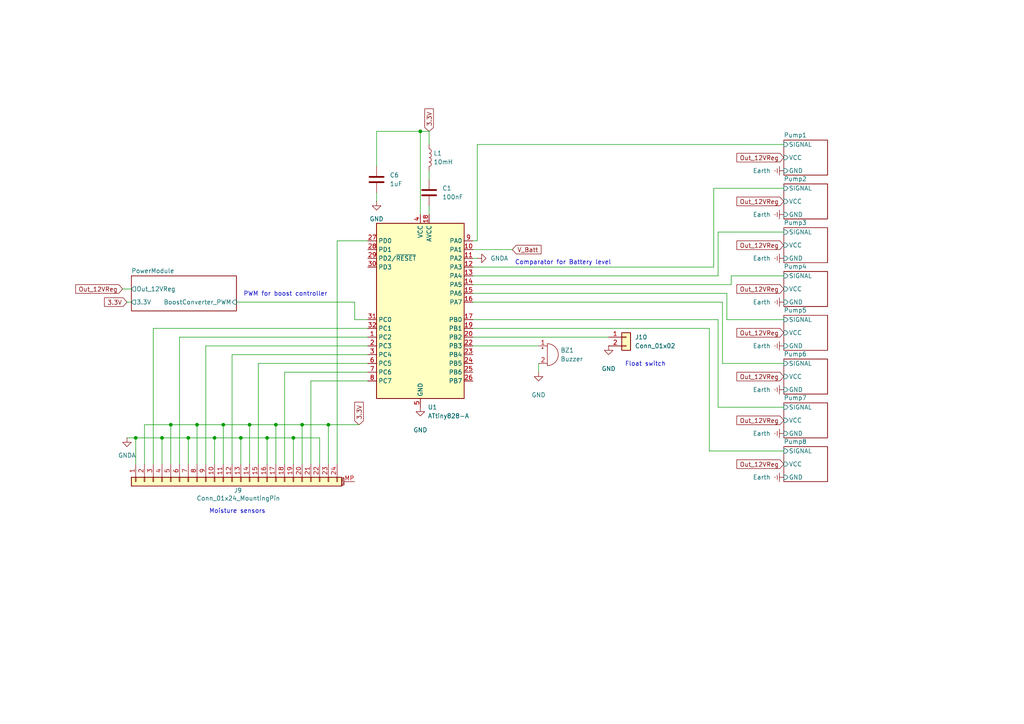
<source format=kicad_sch>
(kicad_sch (version 20250114) (generator "eeschema") (generator_version "9.0")
  (paper "A4")
  (lib_symbols
    (symbol "Connector_Generic:Conn_01x02" (pin_names (offset 1.016) (hide yes))
      (property "Reference" "J" (at 0 2.54 0))
      (property "Value" "Conn_01x02" (at 0 -5.08 0))
      (symbol "Conn_01x02_1_1"
        (rectangle (start -1.27 1.27) (end 1.27 -3.81) (stroke (width 0.254)) (fill (type background)))
        (rectangle (start -1.27 0.127) (end 0 -0.127) (stroke (width 0.1524)))
        (rectangle (start -1.27 -2.413) (end 0 -2.667) (stroke (width 0.1524)))
        (pin passive line (at -5.08 0 0) (length 3.81) (name "Pin_1") (number "1"))
        (pin passive line (at -5.08 -2.54 0) (length 3.81) (name "Pin_2") (number "2"))
      )
    )
    (symbol "Connector_Generic_MountingPin:Conn_01x24_MountingPin" (pin_names (offset 1.016) (hide yes))
      (property "Reference" "J" (at 0 30.48 0))
      (property "Value" "Conn_01x24_MountingPin" (at 1.27 -33.02 0))
      (symbol "Conn_01x24_MountingPin_1_1"
        (rectangle (start -1.27 29.21) (end 1.27 -31.75) (stroke (width 0.254)) (fill (type background)))
        (rectangle (start -1.27 28.067) (end 0 27.813) (stroke (width 0.1524)))
        (rectangle (start -1.27 25.527) (end 0 25.273) (stroke (width 0.1524)))
        (rectangle (start -1.27 22.987) (end 0 22.733) (stroke (width 0.1524)))
        (rectangle (start -1.27 20.447) (end 0 20.193) (stroke (width 0.1524)))
        (rectangle (start -1.27 17.907) (end 0 17.653) (stroke (width 0.1524)))
        (rectangle (start -1.27 15.367) (end 0 15.113) (stroke (width 0.1524)))
        (rectangle (start -1.27 12.827) (end 0 12.573) (stroke (width 0.1524)))
        (rectangle (start -1.27 10.287) (end 0 10.033) (stroke (width 0.1524)))
        (rectangle (start -1.27 7.747) (end 0 7.493) (stroke (width 0.1524)))
        (rectangle (start -1.27 5.207) (end 0 4.953) (stroke (width 0.1524)))
        (rectangle (start -1.27 2.667) (end 0 2.413) (stroke (width 0.1524)))
        (rectangle (start -1.27 0.127) (end 0 -0.127) (stroke (width 0.1524)))
        (rectangle (start -1.27 -2.413) (end 0 -2.667) (stroke (width 0.1524)))
        (rectangle (start -1.27 -4.953) (end 0 -5.207) (stroke (width 0.1524)))
        (rectangle (start -1.27 -7.493) (end 0 -7.747) (stroke (width 0.1524)))
        (rectangle (start -1.27 -10.033) (end 0 -10.287) (stroke (width 0.1524)))
        (rectangle (start -1.27 -12.573) (end 0 -12.827) (stroke (width 0.1524)))
        (rectangle (start -1.27 -15.113) (end 0 -15.367) (stroke (width 0.1524)))
        (rectangle (start -1.27 -17.653) (end 0 -17.907) (stroke (width 0.1524)))
        (rectangle (start -1.27 -20.193) (end 0 -20.447) (stroke (width 0.1524)))
        (rectangle (start -1.27 -22.733) (end 0 -22.987) (stroke (width 0.1524)))
        (rectangle (start -1.27 -25.273) (end 0 -25.527) (stroke (width 0.1524)))
        (rectangle (start -1.27 -27.813) (end 0 -28.067) (stroke (width 0.1524)))
        (rectangle (start -1.27 -30.353) (end 0 -30.607) (stroke (width 0.1524)))
        (polyline (pts (xy -1.016 -32.512) (xy 1.016 -32.512)) (stroke (width 0.1524)))
        (text "Mounting" (at 0 -32.131 0) (effects (font (size 0.381 0.381))))
        (pin passive line (at -5.08 27.94 0) (length 3.81) (name "Pin_1") (number "1"))
        (pin passive line (at -5.08 25.4 0) (length 3.81) (name "Pin_2") (number "2"))
        (pin passive line (at -5.08 22.86 0) (length 3.81) (name "Pin_3") (number "3"))
        (pin passive line (at -5.08 20.32 0) (length 3.81) (name "Pin_4") (number "4"))
        (pin passive line (at -5.08 17.78 0) (length 3.81) (name "Pin_5") (number "5"))
        (pin passive line (at -5.08 15.24 0) (length 3.81) (name "Pin_6") (number "6"))
        (pin passive line (at -5.08 12.7 0) (length 3.81) (name "Pin_7") (number "7"))
        (pin passive line (at -5.08 10.16 0) (length 3.81) (name "Pin_8") (number "8"))
        (pin passive line (at -5.08 7.62 0) (length 3.81) (name "Pin_9") (number "9"))
        (pin passive line (at -5.08 5.08 0) (length 3.81) (name "Pin_10") (number "10"))
        (pin passive line (at -5.08 2.54 0) (length 3.81) (name "Pin_11") (number "11"))
        (pin passive line (at -5.08 0 0) (length 3.81) (name "Pin_12") (number "12"))
        (pin passive line (at -5.08 -2.54 0) (length 3.81) (name "Pin_13") (number "13"))
        (pin passive line (at -5.08 -5.08 0) (length 3.81) (name "Pin_14") (number "14"))
        (pin passive line (at -5.08 -7.62 0) (length 3.81) (name "Pin_15") (number "15"))
        (pin passive line (at -5.08 -10.16 0) (length 3.81) (name "Pin_16") (number "16"))
        (pin passive line (at -5.08 -12.7 0) (length 3.81) (name "Pin_17") (number "17"))
        (pin passive line (at -5.08 -15.24 0) (length 3.81) (name "Pin_18") (number "18"))
        (pin passive line (at -5.08 -17.78 0) (length 3.81) (name "Pin_19") (number "19"))
        (pin passive line (at -5.08 -20.32 0) (length 3.81) (name "Pin_20") (number "20"))
        (pin passive line (at -5.08 -22.86 0) (length 3.81) (name "Pin_21") (number "21"))
        (pin passive line (at -5.08 -25.4 0) (length 3.81) (name "Pin_22") (number "22"))
        (pin passive line (at -5.08 -27.94 0) (length 3.81) (name "Pin_23") (number "23"))
        (pin passive line (at -5.08 -30.48 0) (length 3.81) (name "Pin_24") (number "24"))
        (pin passive line (at 0 -35.56 90) (length 3.048) (name "MountPin") (number "MP"))
      )
    )
    (symbol "Device:Buzzer" (pin_names (offset 0.0254) (hide yes))
      (property "Reference" "BZ" (at 3.81 1.27 0))
      (property "Value" "Buzzer" (at 3.81 -1.27 0))
      (symbol "Buzzer_0_1"
        (polyline (pts (xy -1.651 1.905) (xy -1.143 1.905)))
        (polyline (pts (xy -1.397 2.159) (xy -1.397 1.651)))
        (arc (start 0 3.175) (mid 3.1612 0) (end 0 -3.175))
        (polyline (pts (xy 0 3.175) (xy 0 -3.175)))
      )
      (symbol "Buzzer_1_1"
        (pin passive line (at -2.54 2.54 0) (length 2.54) (name "+") (number "1"))
        (pin passive line (at -2.54 -2.54 0) (length 2.54) (name "-") (number "2"))
      )
    )
    (symbol "Device:C" (pin_numbers (hide yes)) (pin_names (offset 0.254))
      (property "Reference" "C" (at 0.635 2.54 0))
      (property "Value" "C" (at 0.635 -2.54 0))
      (symbol "C_0_1"
        (polyline (pts (xy -2.032 0.762) (xy 2.032 0.762)) (stroke (width 0.508)))
        (polyline (pts (xy -2.032 -0.762) (xy 2.032 -0.762)) (stroke (width 0.508)))
      )
      (symbol "C_1_1"
        (pin passive line (at 0 3.81 270) (length 2.794) (name "~") (number "1"))
        (pin passive line (at 0 -3.81 90) (length 2.794) (name "~") (number "2"))
      )
    )
    (symbol "Device:L" (pin_numbers (hide yes)) (pin_names (offset 1.016) (hide yes))
      (property "Reference" "L" (at -1.27 0 90))
      (property "Value" "L" (at 1.905 0 90))
      (symbol "L_0_1"
        (arc (start 0 2.54) (mid 0.6323 1.905) (end 0 1.27))
        (arc (start 0 1.27) (mid 0.6323 0.635) (end 0 0))
        (arc (start 0 0) (mid 0.6323 -0.635) (end 0 -1.27))
        (arc (start 0 -1.27) (mid 0.6323 -1.905) (end 0 -2.54))
      )
      (symbol "L_1_1"
        (pin passive line (at 0 3.81 270) (length 1.27) (name "1") (number "1"))
        (pin passive line (at 0 -3.81 90) (length 1.27) (name "2") (number "2"))
      )
    )
    (symbol "MCU_Microchip_ATtiny:ATtiny828-A"
      (property "Reference" "U" (at -12.7 26.67 0))
      (property "Value" "ATtiny828-A" (at 2.54 -26.67 0))
      (symbol "ATtiny828-A_0_1"
        (rectangle (start -12.7 -25.4) (end 12.7 25.4) (stroke (width 0.254)) (fill (type background)))
      )
      (symbol "ATtiny828-A_1_1"
        (pin bidirectional line (at -15.24 20.32 0) (length 2.54) (name "PD0") (number "27"))
        (pin bidirectional line (at -15.24 17.78 0) (length 2.54) (name "PD1") (number "28"))
        (pin bidirectional line (at -15.24 15.24 0) (length 2.54) (name "PD2/~{RESET}") (number "29"))
        (pin bidirectional line (at -15.24 12.7 0) (length 2.54) (name "PD3") (number "30"))
        (pin bidirectional line (at -15.24 -2.54 0) (length 2.54) (name "PC0") (number "31"))
        (pin bidirectional line (at -15.24 -5.08 0) (length 2.54) (name "PC1") (number "32"))
        (pin bidirectional line (at -15.24 -7.62 0) (length 2.54) (name "PC2") (number "1"))
        (pin bidirectional line (at -15.24 -10.16 0) (length 2.54) (name "PC3") (number "2"))
        (pin bidirectional line (at -15.24 -12.7 0) (length 2.54) (name "PC4") (number "3"))
        (pin bidirectional line (at -15.24 -15.24 0) (length 2.54) (name "PC5") (number "6"))
        (pin bidirectional line (at -15.24 -17.78 0) (length 2.54) (name "PC6") (number "7"))
        (pin bidirectional line (at -15.24 -20.32 0) (length 2.54) (name "PC7") (number "8"))
        (pin power_in line (at 0 27.94 270) (length 2.54) (name "VCC") (number "4"))
        (pin passive line (at 0 -27.94 90) (length 2.54) (hide yes) (name "GND") (number "21"))
        (pin power_in line (at 0 -27.94 90) (length 2.54) (name "GND") (number "5"))
        (pin power_in line (at 2.54 27.94 270) (length 2.54) (name "AVCC") (number "18"))
        (pin bidirectional line (at 15.24 20.32 180) (length 2.54) (name "PA0") (number "9"))
        (pin bidirectional line (at 15.24 17.78 180) (length 2.54) (name "PA1") (number "10"))
        (pin bidirectional line (at 15.24 15.24 180) (length 2.54) (name "PA2") (number "11"))
        (pin bidirectional line (at 15.24 12.7 180) (length 2.54) (name "PA3") (number "12"))
        (pin bidirectional line (at 15.24 10.16 180) (length 2.54) (name "PA4") (number "13"))
        (pin bidirectional line (at 15.24 7.62 180) (length 2.54) (name "PA5") (number "14"))
        (pin bidirectional line (at 15.24 5.08 180) (length 2.54) (name "PA6") (number "15"))
        (pin bidirectional line (at 15.24 2.54 180) (length 2.54) (name "PA7") (number "16"))
        (pin bidirectional line (at 15.24 -2.54 180) (length 2.54) (name "PB0") (number "17"))
        (pin bidirectional line (at 15.24 -5.08 180) (length 2.54) (name "PB1") (number "19"))
        (pin bidirectional line (at 15.24 -7.62 180) (length 2.54) (name "PB2") (number "20"))
        (pin bidirectional line (at 15.24 -10.16 180) (length 2.54) (name "PB3") (number "22"))
        (pin bidirectional line (at 15.24 -12.7 180) (length 2.54) (name "PB4") (number "23"))
        (pin bidirectional line (at 15.24 -15.24 180) (length 2.54) (name "PB5") (number "24"))
        (pin bidirectional line (at 15.24 -17.78 180) (length 2.54) (name "PB6") (number "25"))
        (pin bidirectional line (at 15.24 -20.32 180) (length 2.54) (name "PB7") (number "26"))
      )
    )
    (symbol "power:Earth" (power) (pin_numbers (hide yes)) (pin_names (offset 0) (hide yes))
      (property "Value" "Earth" (at 0 -3.81 0))
      (symbol "Earth_0_1"
        (polyline (pts (xy -0.635 -1.905) (xy 0.635 -1.905)))
        (polyline (pts (xy -0.127 -2.54) (xy 0.127 -2.54)))
        (polyline (pts (xy 0 -1.27) (xy 0 0)))
        (polyline (pts (xy 1.27 -1.27) (xy -1.27 -1.27)))
      )
      (symbol "Earth_1_1"
        (pin power_in line (at 0 0 270) (length 0) (name "~") (number "1"))
      )
    )
    (symbol "power:GND" (power) (pin_numbers (hide yes)) (pin_names (offset 0) (hide yes))
      (property "Value" "GND" (at 0 -3.81 0))
      (symbol "GND_0_1"
        (polyline (pts (xy 0 0) (xy 0 -1.27) (xy 1.27 -1.27) (xy 0 -2.54) (xy -1.27 -1.27) (xy 0 -1.27)))
      )
      (symbol "GND_1_1"
        (pin power_in line (at 0 0 270) (length 0) (name "~") (number "1"))
      )
    )
    (symbol "power:GNDA" (power) (pin_numbers (hide yes)) (pin_names (offset 0) (hide yes))
      (property "Value" "GNDA" (at 0 -3.81 0))
      (symbol "GNDA_0_1"
        (polyline (pts (xy 0 0) (xy 0 -1.27) (xy 1.27 -1.27) (xy 0 -2.54) (xy -1.27 -1.27) (xy 0 -1.27)))
      )
      (symbol "GNDA_1_1"
        (pin power_in line (at 0 0 270) (length 0) (name "~") (number "1"))
      )
    )
  )
  (text "PWM for boost controller" (at 82.804 85.344 0) (effects (font (size 1.27 1.27))))
  (text "Moisture sensors" (at 68.834 148.336 0) (effects (font (size 1.27 1.27))))
  (text "Float switch" (at 187.198 105.664 0) (effects (font (size 1.27 1.27))))
  (text "Comparator for Battery level" (at 163.322 76.2 0) (effects (font (size 1.27 1.27))))
  (junction (at 85.09 127))
  (junction (at 121.92 38.1))
  (junction (at 69.85 127))
  (junction (at 54.61 127))
  (junction (at 62.23 127))
  (junction (at 57.15 123.19))
  (junction (at 87.63 123.19))
  (junction (at 64.77 123.19))
  (junction (at 95.25 123.19))
  (junction (at 49.53 123.19))
  (junction (at 80.01 123.19))
  (junction (at 72.39 123.19))
  (junction (at 39.37 127))
  (junction (at 77.47 127))
  (junction (at 46.99 127))
  (wire (pts (xy 109.22 48.26) (xy 109.22 38.1)))
  (wire (pts (xy 208.28 67.31) (xy 227.33 67.31)))
  (wire (pts (xy 109.22 55.88) (xy 109.22 58.42)))
  (wire (pts (xy 36.83 127) (xy 39.37 127)))
  (wire (pts (xy 212.09 80.01) (xy 212.09 82.55)))
  (wire (pts (xy 227.33 105.41) (xy 209.55 105.41)))
  (wire (pts (xy 210.82 92.71) (xy 227.33 92.71)))
  (wire (pts (xy 137.16 92.71) (xy 208.28 92.71)))
  (wire (pts (xy 97.79 69.85) (xy 97.79 134.62)))
  (wire (pts (xy 209.55 105.41) (xy 209.55 87.63)))
  (wire (pts (xy 106.68 97.79) (xy 52.07 97.79)))
  (wire (pts (xy 46.99 127) (xy 39.37 127)))
  (wire (pts (xy 95.25 123.19) (xy 87.63 123.19)))
  (wire (pts (xy 90.17 110.49) (xy 90.17 134.62)))
  (wire (pts (xy 138.43 41.91) (xy 138.43 69.85)))
  (wire (pts (xy 137.16 87.63) (xy 209.55 87.63)))
  (wire (pts (xy 212.09 80.01) (xy 227.33 80.01)))
  (wire (pts (xy 90.17 110.49) (xy 106.68 110.49)))
  (wire (pts (xy 208.28 80.01) (xy 137.16 80.01)))
  (wire (pts (xy 87.63 134.62) (xy 87.63 123.19)))
  (wire (pts (xy 54.61 134.62) (xy 54.61 127)))
  (wire (pts (xy 85.09 127) (xy 77.47 127)))
  (wire (pts (xy 82.55 107.95) (xy 82.55 134.62)))
  (wire (pts (xy 77.47 127) (xy 69.85 127)))
  (wire (pts (xy 92.71 127) (xy 85.09 127)))
  (wire (pts (xy 102.87 87.63) (xy 68.58 87.63)))
  (wire (pts (xy 102.87 92.71) (xy 102.87 87.63)))
  (wire (pts (xy 137.16 85.09) (xy 210.82 85.09)))
  (wire (pts (xy 124.46 38.1) (xy 124.46 41.91)))
  (wire (pts (xy 137.16 77.47) (xy 207.01 77.47)))
  (wire (pts (xy 208.28 67.31) (xy 208.28 80.01)))
  (wire (pts (xy 64.77 134.62) (xy 64.77 123.19)))
  (wire (pts (xy 62.23 127) (xy 54.61 127)))
  (wire (pts (xy 207.01 54.61) (xy 207.01 77.47)))
  (wire (pts (xy 87.63 123.19) (xy 80.01 123.19)))
  (wire (pts (xy 72.39 123.19) (xy 64.77 123.19)))
  (wire (pts (xy 124.46 49.53) (xy 124.46 52.07)))
  (wire (pts (xy 74.93 105.41) (xy 74.93 134.62)))
  (wire (pts (xy 57.15 123.19) (xy 49.53 123.19)))
  (wire (pts (xy 138.43 74.93) (xy 137.16 74.93)))
  (wire (pts (xy 106.68 95.25) (xy 44.45 95.25)))
  (wire (pts (xy 41.91 123.19) (xy 41.91 134.62)))
  (wire (pts (xy 69.85 134.62) (xy 69.85 127)))
  (wire (pts (xy 62.23 134.62) (xy 62.23 127)))
  (wire (pts (xy 106.68 92.71) (xy 102.87 92.71)))
  (wire (pts (xy 95.25 134.62) (xy 95.25 123.19)))
  (wire (pts (xy 121.92 38.1) (xy 121.92 62.23)))
  (wire (pts (xy 69.85 127) (xy 62.23 127)))
  (wire (pts (xy 137.16 72.39) (xy 148.59 72.39)))
  (wire (pts (xy 207.01 54.61) (xy 227.33 54.61)))
  (wire (pts (xy 44.45 95.25) (xy 44.45 134.62)))
  (wire (pts (xy 138.43 69.85) (xy 137.16 69.85)))
  (wire (pts (xy 138.43 41.91) (xy 227.33 41.91)))
  (wire (pts (xy 57.15 134.62) (xy 57.15 123.19)))
  (wire (pts (xy 38.1 83.82) (xy 35.56 83.82)))
  (wire (pts (xy 52.07 97.79) (xy 52.07 134.62)))
  (wire (pts (xy 38.1 87.63) (xy 36.83 87.63)))
  (wire (pts (xy 210.82 92.71) (xy 210.82 85.09)))
  (wire (pts (xy 39.37 127) (xy 39.37 134.62)))
  (wire (pts (xy 227.33 118.11) (xy 208.28 118.11)))
  (wire (pts (xy 124.46 59.69) (xy 124.46 62.23)))
  (wire (pts (xy 72.39 134.62) (xy 72.39 123.19)))
  (wire (pts (xy 82.55 107.95) (xy 106.68 107.95)))
  (wire (pts (xy 109.22 38.1) (xy 121.92 38.1)))
  (wire (pts (xy 85.09 134.62) (xy 85.09 127)))
  (wire (pts (xy 80.01 123.19) (xy 72.39 123.19)))
  (wire (pts (xy 106.68 102.87) (xy 67.31 102.87)))
  (wire (pts (xy 64.77 123.19) (xy 57.15 123.19)))
  (wire (pts (xy 208.28 118.11) (xy 208.28 92.71)))
  (wire (pts (xy 137.16 95.25) (xy 205.74 95.25)))
  (wire (pts (xy 74.93 105.41) (xy 106.68 105.41)))
  (wire (pts (xy 54.61 127) (xy 46.99 127)))
  (wire (pts (xy 80.01 134.62) (xy 80.01 123.19)))
  (wire (pts (xy 106.68 69.85) (xy 97.79 69.85)))
  (wire (pts (xy 49.53 134.62) (xy 49.53 123.19)))
  (wire (pts (xy 205.74 130.81) (xy 205.74 95.25)))
  (wire (pts (xy 137.16 97.79) (xy 176.53 97.79)))
  (wire (pts (xy 77.47 134.62) (xy 77.47 127)))
  (wire (pts (xy 67.31 102.87) (xy 67.31 134.62)))
  (wire (pts (xy 104.14 123.19) (xy 95.25 123.19)))
  (wire (pts (xy 137.16 82.55) (xy 212.09 82.55)))
  (wire (pts (xy 46.99 134.62) (xy 46.99 127)))
  (wire (pts (xy 106.68 100.33) (xy 59.69 100.33)))
  (wire (pts (xy 92.71 134.62) (xy 92.71 127)))
  (wire (pts (xy 59.69 100.33) (xy 59.69 134.62)))
  (wire (pts (xy 137.16 100.33) (xy 156.21 100.33)))
  (wire (pts (xy 156.21 105.41) (xy 156.21 107.95)))
  (wire (pts (xy 121.92 38.1) (xy 124.46 38.1)))
  (wire (pts (xy 49.53 123.19) (xy 41.91 123.19)))
  (wire (pts (xy 227.33 130.81) (xy 205.74 130.81)))
  (global_label "Out_12VReg" (shape input) (at 227.33 121.92 180) (property "Intersheetrefs" "${INTERSHEET_REFS}" (effects (hide yes))))
  (global_label "3.3V" (shape input) (at 124.46 38.1 90) (property "Intersheetrefs" "${INTERSHEET_REFS}" (effects (hide yes))))
  (global_label "Out_12VReg" (shape input) (at 227.33 134.62 180) (property "Intersheetrefs" "${INTERSHEET_REFS}" (effects (hide yes))))
  (global_label "Out_12VReg" (shape input) (at 227.33 96.52 180) (property "Intersheetrefs" "${INTERSHEET_REFS}" (effects (hide yes))))
  (global_label "3.3V" (shape input) (at 36.83 87.63 180) (property "Intersheetrefs" "${INTERSHEET_REFS}" (effects (hide yes))))
  (global_label "3.3V" (shape input) (at 104.14 123.19 90) (property "Intersheetrefs" "${INTERSHEET_REFS}" (effects (hide yes))))
  (global_label "Out_12VReg" (shape input) (at 227.33 109.22 180) (property "Intersheetrefs" "${INTERSHEET_REFS}" (effects (hide yes))))
  (global_label "Out_12VReg" (shape input) (at 227.33 83.82 180) (property "Intersheetrefs" "${INTERSHEET_REFS}" (effects (hide yes))))
  (global_label "Out_12VReg" (shape input) (at 35.56 83.82 180) (property "Intersheetrefs" "${INTERSHEET_REFS}" (effects (hide yes))))
  (global_label "Out_12VReg" (shape input) (at 227.33 58.42 180) (property "Intersheetrefs" "${INTERSHEET_REFS}" (effects (hide yes))))
  (global_label "Out_12VReg" (shape input) (at 227.33 71.12 180) (property "Intersheetrefs" "${INTERSHEET_REFS}" (effects (hide yes))))
  (global_label "Out_12VReg" (shape input) (at 227.33 45.72 180) (property "Intersheetrefs" "${INTERSHEET_REFS}" (effects (hide yes))))
  (global_label "V_Batt" (shape input) (at 148.59 72.39 0) (property "Intersheetrefs" "${INTERSHEET_REFS}" (effects (hide yes))))
  (symbol (lib_id "power:Earth") (at 227.33 62.23 270) (unit 1)
    (property "Reference" "#PWR03" (effects (hide yes)))
    (property "Value" "Earth" (at 223.52 62.2299 90) (effects (justify right)))
    (property "Description" "Power symbol creates a global label with name \"Earth\"" (effects (hide yes)))
  )
  (symbol (lib_id "MCU_Microchip_ATtiny:ATtiny828-A") (at 121.92 90.17 0) (unit 1)
    (property "Reference" "U1" (at 124.0633 118.11 0) (effects (justify left)))
    (property "Value" "ATtiny828-A" (at 124.0633 120.65 0) (effects (justify left)))
    (property "Footprint" "Package_QFP:TQFP-32_7x7mm_P0.8mm" (effects (hide yes)))
    (property "Datasheet" "http://ww1.microchip.com/downloads/en/DeviceDoc/doc8371.pdf" (effects (hide yes)))
    (property "Description" "20MHz, 8kB Flash, 512B SRAM, 256B EEPROM, debugWIRE, TQFP-32" (effects (hide yes)))
  )
  (symbol (lib_id "power:Earth") (at 227.33 125.73 270) (unit 1)
    (property "Reference" "#PWR08" (effects (hide yes)))
    (property "Value" "Earth" (at 223.52 125.7299 90) (effects (justify right)))
    (property "Description" "Power symbol creates a global label with name \"Earth\"" (effects (hide yes)))
  )
  (symbol (lib_id "power:Earth") (at 227.33 49.53 270) (unit 1)
    (property "Reference" "#PWR02" (effects (hide yes)))
    (property "Value" "Earth" (at 223.52 49.5299 90) (effects (justify right)))
    (property "Description" "Power symbol creates a global label with name \"Earth\"" (effects (hide yes)))
  )
  (symbol (lib_id "Device:C") (at 124.46 55.88 0) (unit 1)
    (property "Reference" "C1" (at 128.27 54.6099 0) (effects (justify left)))
    (property "Value" "100nF" (at 128.27 57.1499 0) (effects (justify left)))
    (property "Footprint" "Capacitor_SMD:C_0402_1005Metric" (effects (hide yes)))
    (property "Description" "Unpolarized capacitor" (effects (hide yes)))
  )
  (symbol (lib_id "power:GND") (at 121.92 118.11 0) (unit 1)
    (property "Reference" "#PWR01" (effects (hide yes)))
    (property "Value" "GND" (at 121.92 124.714 0))
    (property "Description" "Power symbol creates a global label with name \"GND\" , ground" (effects (hide yes)))
  )
  (symbol (lib_id "Connector_Generic_MountingPin:Conn_01x24_MountingPin") (at 67.31 139.7 90) (mirror x) (unit 1)
    (property "Reference" "J9" (at 70.2057 142.24 90) (effects (justify left)))
    (property "Value" "Conn_01x24_MountingPin" (at 81.28 144.526 90) (effects (justify left)))
    (property "Footprint" "Connector_PinHeader_2.54mm:PinHeader_1x24_P2.54mm_Vertical" (effects (hide yes)))
    (property "Description" "Generic connectable mounting pin connector, single row, 01x24, script generated (kicad-library-utils/schlib/autogen/connector/)" (effects (hide yes)))
  )
  (symbol (lib_id "power:Earth") (at 227.33 74.93 270) (unit 1)
    (property "Reference" "#PWR04" (effects (hide yes)))
    (property "Value" "Earth" (at 223.52 74.9299 90) (effects (justify right)))
    (property "Description" "Power symbol creates a global label with name \"Earth\"" (effects (hide yes)))
  )
  (symbol (lib_id "power:GND") (at 176.53 100.33 0) (unit 1)
    (property "Reference" "#PWR023" (effects (hide yes)))
    (property "Value" "GND" (at 176.53 106.934 0))
    (property "Description" "Power symbol creates a global label with name \"GND\" , ground" (effects (hide yes)))
  )
  (symbol (lib_id "power:GNDA") (at 36.83 127 0) (mirror y) (unit 1)
    (property "Reference" "#PWR019" (effects (hide yes)))
    (property "Value" "GNDA" (at 36.83 132.08 0))
    (property "Description" "Power symbol creates a global label with name \"GNDA\" , analog ground" (effects (hide yes)))
  )
  (symbol (lib_id "Connector_Generic:Conn_01x02") (at 181.61 97.79 0) (unit 1)
    (property "Reference" "J10" (at 184.15 97.7899 0) (effects (justify left)))
    (property "Value" "Conn_01x02" (at 184.15 100.3299 0) (effects (justify left)))
    (property "Description" "Generic connector, single row, 01x02, script generated (kicad-library-utils/schlib/autogen/connector/)" (effects (hide yes)))
  )
  (symbol (lib_id "power:GND") (at 109.22 58.42 0) (unit 1)
    (property "Reference" "#PWR020" (effects (hide yes)))
    (property "Value" "GND" (at 109.22 63.5 0))
    (property "Description" "Power symbol creates a global label with name \"GND\" , ground" (effects (hide yes)))
  )
  (symbol (lib_id "power:Earth") (at 227.33 113.03 270) (unit 1)
    (property "Reference" "#PWR07" (effects (hide yes)))
    (property "Value" "Earth" (at 223.52 113.0299 90) (effects (justify right)))
    (property "Description" "Power symbol creates a global label with name \"Earth\"" (effects (hide yes)))
  )
  (symbol (lib_id "Device:L") (at 124.46 45.72 0) (unit 1)
    (property "Reference" "L1" (at 125.73 44.4499 0) (effects (justify left)))
    (property "Value" "10mH" (at 125.73 46.9899 0) (effects (justify left)))
    (property "Footprint" "Inductor_SMD:L_0402_1005Metric" (effects (hide yes)))
    (property "Description" "Inductor" (effects (hide yes)))
  )
  (symbol (lib_id "Device:C") (at 109.22 52.07 0) (unit 1)
    (property "Reference" "C6" (at 113.03 50.7999 0) (effects (justify left)))
    (property "Value" "1uF" (at 113.03 53.3399 0) (effects (justify left)))
    (property "Description" "Unpolarized capacitor" (effects (hide yes)))
  )
  (symbol (lib_id "power:Earth") (at 227.33 100.33 270) (unit 1)
    (property "Reference" "#PWR06" (effects (hide yes)))
    (property "Value" "Earth" (at 223.52 100.3299 90) (effects (justify right)))
    (property "Description" "Power symbol creates a global label with name \"Earth\"" (effects (hide yes)))
  )
  (symbol (lib_id "Device:Buzzer") (at 158.75 102.87 0) (unit 1)
    (property "Reference" "BZ1" (at 162.56 101.5999 0) (effects (justify left)))
    (property "Value" "Buzzer" (at 162.56 104.1399 0) (effects (justify left)))
    (property "Description" "Buzzer, polarized" (effects (hide yes)))
  )
  (symbol (lib_id "power:Earth") (at 227.33 87.63 270) (unit 1)
    (property "Reference" "#PWR05" (effects (hide yes)))
    (property "Value" "Earth" (at 223.52 87.6299 90) (effects (justify right)))
    (property "Description" "Power symbol creates a global label with name \"Earth\"" (effects (hide yes)))
  )
  (symbol (lib_id "power:GND") (at 156.21 107.95 0) (unit 1)
    (property "Reference" "#PWR022" (effects (hide yes)))
    (property "Value" "GND" (at 156.21 114.554 0))
    (property "Description" "Power symbol creates a global label with name \"GND\" , ground" (effects (hide yes)))
  )
  (symbol (lib_id "power:Earth") (at 227.33 138.43 270) (unit 1)
    (property "Reference" "#PWR09" (effects (hide yes)))
    (property "Value" "Earth" (at 223.52 138.4299 90) (effects (justify right)))
    (property "Description" "Power symbol creates a global label with name \"Earth\"" (effects (hide yes)))
  )
  (symbol (lib_id "power:GNDA") (at 138.43 74.93 90) (mirror x) (unit 1)
    (property "Reference" "#PWR024" (effects (hide yes)))
    (property "Value" "GNDA" (at 142.24 74.9299 90) (effects (justify right)))
    (property "Description" "Power symbol creates a global label with name \"GNDA\" , analog ground" (effects (hide yes)))
  )
  (sheet (at 227.33 116.84) (size 12.7 10.16) (stroke (width 0.1524))
    (property "Sheetname" "Pump7" (at 227.33 116.1284 0) (effects (justify left bottom)))
    (property "Sheetfile" "Pump1.kicad_sch" (effects (hide yes)))
    (pin "SIGNAL" input (at 227.33 118.11 180))
    (pin "GND" input (at 227.33 125.73 180))
    (pin "VCC" input (at 227.33 121.92 180))
  )
  (sheet (at 227.33 104.14) (size 12.7 10.16) (stroke (width 0.1524))
    (property "Sheetname" "Pump6" (at 227.33 103.4284 0) (effects (justify left bottom)))
    (property "Sheetfile" "Pump1.kicad_sch" (effects (hide yes)))
    (pin "SIGNAL" input (at 227.33 105.41 180))
    (pin "GND" input (at 227.33 113.03 180))
    (pin "VCC" input (at 227.33 109.22 180))
  )
  (sheet (at 227.33 91.44) (size 12.7 10.16) (stroke (width 0.1524))
    (property "Sheetname" "Pump5" (at 227.33 90.7284 0) (effects (justify left bottom)))
    (property "Sheetfile" "Pump1.kicad_sch" (effects (hide yes)))
    (pin "SIGNAL" input (at 227.33 92.71 180))
    (pin "GND" input (at 227.33 100.33 180))
    (pin "VCC" input (at 227.33 96.52 180))
  )
  (sheet (at 38.1 80.01) (size 30.48 10.16) (stroke (width 0.1524))
    (property "Sheetname" "PowerModule" (at 38.1 79.2984 0) (effects (justify left bottom)))
    (property "Sheetfile" "PowerModule.kicad_sch" (effects (hide yes)))
    (pin "3.3V" output (at 38.1 87.63 180))
    (pin "Out_12VReg" output (at 38.1 83.82 180))
    (pin "BoostConverter_PWM" input (at 68.58 87.63 0))
  )
  (sheet (at 227.33 129.54) (size 12.7 10.16) (stroke (width 0.1524))
    (property "Sheetname" "Pump8" (at 227.33 128.8284 0) (effects (justify left bottom)))
    (property "Sheetfile" "Pump1.kicad_sch" (effects (hide yes)))
    (pin "SIGNAL" input (at 227.33 130.81 180))
    (pin "GND" input (at 227.33 138.43 180))
    (pin "VCC" input (at 227.33 134.62 180))
  )
  (sheet (at 227.33 40.64) (size 12.7 10.16) (stroke (width 0.1524))
    (property "Sheetname" "Pump1" (at 227.33 39.9284 0) (effects (justify left bottom)))
    (property "Sheetfile" "Pump1.kicad_sch" (effects (hide yes)))
    (pin "SIGNAL" input (at 227.33 41.91 180))
    (pin "GND" input (at 227.33 49.53 180))
    (pin "VCC" input (at 227.33 45.72 180))
  )
  (sheet (at 227.33 66.04) (size 12.7 10.16) (stroke (width 0.1524))
    (property "Sheetname" "Pump3" (at 227.33 65.3284 0) (effects (justify left bottom)))
    (property "Sheetfile" "Pump1.kicad_sch" (effects (hide yes)))
    (pin "SIGNAL" input (at 227.33 67.31 180))
    (pin "GND" input (at 227.33 74.93 180))
    (pin "VCC" input (at 227.33 71.12 180))
  )
  (sheet (at 227.33 53.34) (size 12.7 10.16) (stroke (width 0.1524))
    (property "Sheetname" "Pump2" (at 227.33 52.6284 0) (effects (justify left bottom)))
    (property "Sheetfile" "Pump1.kicad_sch" (effects (hide yes)))
    (pin "SIGNAL" input (at 227.33 54.61 180))
    (pin "GND" input (at 227.33 62.23 180))
    (pin "VCC" input (at 227.33 58.42 180))
  )
  (sheet (at 227.33 78.74) (size 12.7 10.16) (stroke (width 0.1524))
    (property "Sheetname" "Pump4" (at 227.33 78.0284 0) (effects (justify left bottom)))
    (property "Sheetfile" "Pump1.kicad_sch" (effects (hide yes)))
    (pin "SIGNAL" input (at 227.33 80.01 180))
    (pin "GND" input (at 227.33 87.63 180))
    (pin "VCC" input (at 227.33 83.82 180))
  )
)
</source>
